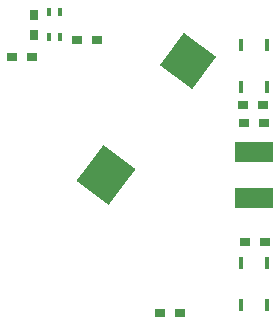
<source format=gbr>
G04 DipTrace 3.2.0.1*
G04 BottomPaste.gbr*
%MOIN*%
G04 #@! TF.FileFunction,Paste,Bot*
G04 #@! TF.Part,Single*
%AMOUTLINE11*
4,1,4,
-0.014147,0.093589,
0.093589,0.014147,
0.014147,-0.093589,
-0.093589,-0.014147,
-0.014147,0.093589,
0*%
%AMOUTLINE14*
4,1,4,
-0.098461,-0.019509,
-0.008482,0.100016,
0.098461,0.019509,
0.008482,-0.100016,
-0.098461,-0.019509,
0*%
%ADD67R,0.015748X0.043307*%
%ADD97R,0.015748X0.031496*%
%ADD107R,0.125984X0.066929*%
%ADD109R,0.035433X0.031496*%
%ADD111R,0.031496X0.035433*%
%ADD127OUTLINE11*%
%ADD130OUTLINE14*%
%FSLAX26Y26*%
G04*
G70*
G90*
G75*
G01*
G04 BotPaste*
%LPD*%
D109*
X381496Y172441D3*
X314567D3*
D107*
X349606Y76772D3*
Y-76772D3*
D109*
X317717Y-224016D3*
X384646D3*
D111*
X-384646Y532677D3*
Y465748D3*
D109*
X-241732Y451575D3*
X-174803D3*
X-457480Y394488D3*
X-390551D3*
X379921Y234252D3*
X312992D3*
X103150Y-458268D3*
X36220D3*
D97*
X-333071Y544094D3*
Y461417D3*
X-297638Y544094D3*
Y461417D3*
D127*
X128346Y380315D3*
D67*
X305906Y433071D3*
X392520D3*
X305906Y293307D3*
X392520D3*
D130*
X-145434Y-867D3*
D67*
X305906Y-293307D3*
X392520D3*
X305906Y-433071D3*
X392520D3*
M02*

</source>
